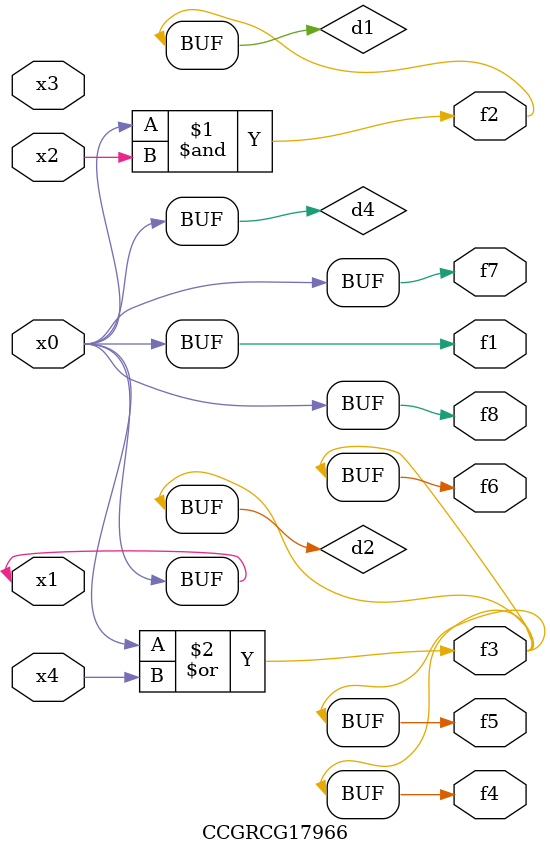
<source format=v>
module CCGRCG17966(
	input x0, x1, x2, x3, x4,
	output f1, f2, f3, f4, f5, f6, f7, f8
);

	wire d1, d2, d3, d4;

	and (d1, x0, x2);
	or (d2, x0, x4);
	nand (d3, x0, x2);
	buf (d4, x0, x1);
	assign f1 = d4;
	assign f2 = d1;
	assign f3 = d2;
	assign f4 = d2;
	assign f5 = d2;
	assign f6 = d2;
	assign f7 = d4;
	assign f8 = d4;
endmodule

</source>
